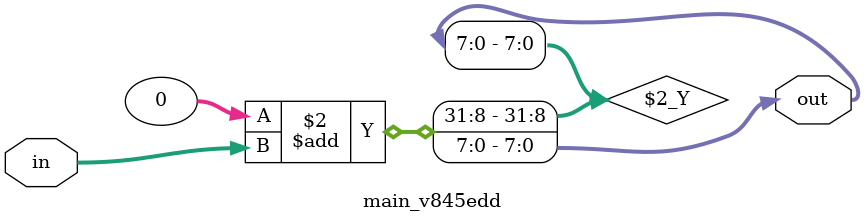
<source format=v>

`default_nettype none

module main #(
 parameter vadc080 = "vadc080.list",
 parameter vaf2f89 = 11,
 parameter v2dea3b = "v2dea3b.list",
 parameter v54ba2f = "v54ba2f.list",
 parameter vcc1bd8 = "vcc1bd8.list"
) (
 input v4f6099,
 input vclk,
 output v715944,
 output v653f1c,
 output v9fc178,
 output [0:5] vinit
);
 localparam p2 = vaf2f89;
 localparam p5 = v2dea3b;
 localparam p7 = v54ba2f;
 localparam p12 = vcc1bd8;
 localparam p13 = vadc080;
 wire w0;
 wire w1;
 wire w3;
 wire w4;
 wire [0:7] w6;
 wire [0:7] w8;
 wire [0:7] w9;
 wire [0:7] w10;
 wire [0:5] w11;
 wire [0:5] w14;
 wire w15;
 wire [0:7] w16;
 wire [0:31] w17;
 wire [0:7] w18;
 wire [0:7] w19;
 wire [0:7] w20;
 wire w21;
 wire [0:5] w22;
 wire [0:31] w23;
 wire [0:31] w24;
 wire [0:31] w25;
 wire [0:5] w26;
 wire w27;
 wire w28;
 wire w29;
 wire w30;
 wire [0:5] w31;
 wire [0:5] w32;
 assign w0 = v4f6099;
 assign v9fc178 = w0;
 assign w1 = v4f6099;
 assign v715944 = w15;
 assign v653f1c = w21;
 assign w28 = vclk;
 assign w29 = vclk;
 assign w30 = vclk;
 assign w1 = w0;
 assign w8 = w6;
 assign w9 = w6;
 assign w9 = w8;
 assign w10 = w6;
 assign w10 = w8;
 assign w10 = w9;
 assign w20 = w6;
 assign w20 = w8;
 assign w20 = w9;
 assign w20 = w10;
 assign w22 = w14;
 assign w25 = w17;
 assign w26 = w11;
 assign w27 = w3;
 assign w29 = w28;
 assign w30 = w28;
 assign w30 = w29;
 assign w32 = w31;
 vb0c93d v608128 (
  .vbc3322(w15),
  .v5f0bab(w16),
  .vd8ecb5(w17),
  .va73833(w18),
  .v97eecd(w19),
  .v68ad21(w20),
  .v516a7d(w21),
  .v9856bd(w23),
  .v489ac8(w24),
  .v805d19(w28)
 );
 ve2b856 v7d4db6 (
  .vd9601b(w1),
  .v64879c(w3),
  .vbbbce8(w29)
 );
 v725b7e v8b8c4e (
  .v9fb85f(w4)
 );
 vd014cb #(
  .v5e4a03(p2)
 ) vf4765f (
  .vdd729a(w3),
  .v7c533e(w4),
  .vb86fe4(w6)
 );
 main_v9fb13f #(
  .opmemory(p5)
 ) v9fb13f (
  .in(w6),
  .Read_Reg_1(w14)
 );
 main_v07915a #(
  .funcionmemory(p7)
 ) v07915a (
  .in(w8),
  .Read_Reg_2(w11)
 );
 main_vc54226 #(
  .write_data_reg(p13)
 ) vc54226 (
  .in(w9),
  .Write_Data(w17)
 );
 main_vaf73f3 #(
  .write_reg_mem(p12)
 ) vaf73f3 (
  .in(w10),
  .Write_Reg(w31)
 );
 main_v98c0e8 v98c0e8 (
  .in(w11),
  .out(w18)
 );
 main_v559759 v559759 (
  .in(w14),
  .out(w16)
 );
 main_v845edd v845edd (
  .out(w19),
  .in(w31)
 );
 v2040f6 vd8fc68 (
  .ve2e442(w22),
  .v70ed7b(w23),
  .vff4be9(w24),
  .v7d4d05(w25),
  .v326a87(w26),
  .v51a33d(w27),
  .ve70352(w30),
  .va61a55(w32)
 );
 assign vinit = 6'b000000;
endmodule

/*-------------------------------------------------*/
/*--   */
/*-- - - - - - - - - - - - - - - - - - - - - - - --*/
/*-- 
/*-------------------------------------------------*/
//---- Top entity
module vb0c93d #(
 parameter v56d5e7 = 115200
) (
 input v805d19,
 input v9580da,
 input [31:0] v9856bd,
 input [31:0] v489ac8,
 input [31:0] vd8ecb5,
 input [31:0] v524e22,
 input [7:0] v5f0bab,
 input [7:0] va73833,
 input [7:0] v97eecd,
 input [7:0] v68ad21,
 output vbc3322,
 output v396cc9,
 output v516a7d
);
 localparam p0 = v56d5e7;
 wire [0:7] w1;
 wire w2;
 wire w3;
 wire w4;
 wire w5;
 wire [0:7] w6;
 wire [0:7] w7;
 wire [0:7] w8;
 wire [0:7] w9;
 wire [0:31] w10;
 wire [0:31] w11;
 wire [0:31] w12;
 wire [0:31] w13;
 wire w14;
 wire w15;
 wire w16;
 wire w17;
 wire w18;
 wire w19;
 assign vbc3322 = w4;
 assign v396cc9 = w5;
 assign w6 = v68ad21;
 assign w7 = v97eecd;
 assign w8 = va73833;
 assign w9 = v5f0bab;
 assign w10 = v524e22;
 assign w11 = vd8ecb5;
 assign w12 = v489ac8;
 assign w13 = v9856bd;
 assign w14 = v9580da;
 assign w15 = v805d19;
 assign w16 = v805d19;
 assign w17 = v805d19;
 assign v516a7d = w19;
 assign w16 = w15;
 assign w17 = w15;
 assign w17 = w16;
 assign w18 = w3;
 vc6459c #(
  .ved2ada(p0)
 ) v039dc6 (
  .v19b8dd(w1),
  .v05e99b(w2),
  .v01321e(w3),
  .v8caaa5(w4),
  .ve9a78f(w16)
 );
 vb0c93d_v04da77 v04da77 (
  .data_o(w1),
  .txmit_o(w2),
  .next(w3),
  .busy(w5),
  .B3(w6),
  .B2(w7),
  .B1(w8),
  .B0(w9),
  .W3(w10),
  .W2(w11),
  .W1(w12),
  .W0(w13),
  .txmit(w14),
  .clk(w15),
  .done(w19)
 );
 v43c77c vdd720e (
  .vcfc79f(w17),
  .v4c46bf(w18)
 );
endmodule

/*-------------------------------------------------*/
/*--   */
/*-- - - - - - - - - - - - - - - - - - - - - - - --*/
/*-- 
/*-------------------------------------------------*/

module vb0c93d_v04da77 (
 input clk,
 input txmit,
 input [31:0] W0,
 input [31:0] W1,
 input [31:0] W2,
 input [31:0] W3,
 input [7:0] B0,
 input [7:0] B1,
 input [7:0] B2,
 input [7:0] B3,
 input next,
 output [7:0] data_o,
 output txmit_o,
 output busy,
 output done
);
 reg state = 0;
 reg[7:0] data_o;
 reg[4:0] nbyte = 0;
 wire finish;
 
 always @(posedge clk)
   if (txmit)
     state <= 1'b1;
   else if (finish)
     state <= 1'b0;
 
 //-- El estado es directamente la señal de busy    
 assign busy = state;
 
 //-- La señal de done se obtiene por el flanco 
 //-- de bajada en el estado
 
 reg q0 = 0;
 
 always @(posedge clk)
   q0 <= state;
   
 assign done = (q0 & ~state);
 
 //-- Tic inicial: En el arranque del transmisor
 //-- Flanco de subida en el estado
 wire tic_start = (~q0 & state);  
 
 
 //-- Transmision de un byte: en el tic de start y en el tic de next  
 //-- siempre y cuano el transmisor esté habilitado
 assign txmit_o = (tic_start | tic_next) & state;
 
 //-- Cable que contiene el tic siguiente. Se obtiene retrasando dos
 //-- ciclos la señal next
 wire tic_next = q2;
 
 reg q1 = 0;
 reg q2 = 0;
 
 always @(posedge clk) begin
   q1 <= next;
   q2 <= q1;
 end
   
 //--- El dato a enviar se obtiene seleccionando el byte alto o  
 //-- el bajo
 //-- assign data_o = (nbyte) ? data[15:8] : data[7:0];
 always @(posedge clk) 
 begin
     case (nbyte)
         0 : data_o <= W0[31:24];
         1 : data_o <= W0[23:16];
         2 : data_o <= W0[15:8];
         3 : data_o <= W0[7:0];
         4 : data_o <= W1[31:24];
         5 : data_o <= W1[23:16];
         6 : data_o <= W1[15:8];
         7 : data_o <= W1[7:0];
         8 : data_o <= W2[31:24];
         9 : data_o <= W2[23:16];
         10 : data_o <= W2[15:8];
         11 : data_o <= W2[7:0];
         12 : data_o <= W3[31:24];
         13 : data_o <= W3[23:16];
         14 : data_o <= W3[15:8];
         15 : data_o <= W3[7:0];
         16 : data_o <= B0;
         17 : data_o <= B1;
         18 : data_o <= B2;
         19 : data_o <= B3;
     endcase
 end
 
 //-- Biestable T que indica el byte a enviar
 //-- Inicialmente vale 1 (alto)
 
 always @(posedge clk) begin
   if (next)
     nbyte <= nbyte + 1;
   else if (finish)
     nbyte = 0;
     
 end
 //-- Un flanco de subida en nbyte indica que se ha enviado el último
 //-- byte
 
 reg q3 = 0;
 
 always @(posedge clk)
   q3 <= nbyte[4] & nbyte[2];
   
 assign finish = (~q3 & nbyte[4] & nbyte[2]);  
 
 
 
 
 
 
 
 
endmodule
//---- Top entity
module vc6459c #(
 parameter ved2ada = 115200
) (
 input ve9a78f,
 input [7:0] v19b8dd,
 input v05e99b,
 output v8caaa5,
 output v2da441,
 output v01321e
);
 localparam p1 = ved2ada;
 wire w0;
 wire w2;
 wire [0:7] w3;
 wire w4;
 wire w5;
 wire w6;
 assign v8caaa5 = w0;
 assign w2 = ve9a78f;
 assign w3 = v19b8dd;
 assign w4 = v05e99b;
 assign v2da441 = w5;
 assign v01321e = w6;
 vc6459c_vedebcc #(
  .BAUD(p1)
 ) vedebcc (
  .TX(w0),
  .clk(w2),
  .data(w3),
  .txmit(w4),
  .busy(w5),
  .done(w6)
 );
endmodule

/*-------------------------------------------------*/
/*-- Serial-tx  */
/*-- - - - - - - - - - - - - - - - - - - - - - - --*/
/*-- Transmisor serie
/*-------------------------------------------------*/

module vc6459c_vedebcc #(
 parameter BAUD = 0
) (
 input clk,
 input [7:0] data,
 input txmit,
 output TX,
 output busy,
 output done
);
 //-- Constantes para obtener las velocidades estándares
 `define B115200 104 
 `define B57600  208
 `define B38400  313
 `define B19200  625
 `define B9600   1250
 `define B4800   2500
 `define B2400   5000
 `define B1200   10000
 `define B600    20000
 `define B300    40000
 
 //-- Constante para calcular los baudios
 localparam BAUDRATE = (BAUD==115200) ? `B115200 : //-- OK
                       (BAUD==57600)  ? `B57600  : //-- OK
                       (BAUD==38400)  ? `B38400  : //-- Ok
                       (BAUD==19200)  ? `B19200  : //-- OK
                       (BAUD==9600)   ? `B9600   : //-- OK
                       (BAUD==4800)   ? `B4800   : //-- OK 
                       (BAUD==2400)   ? `B2400   : //-- OK
                       (BAUD==1200)   ? `B1200   : //-- OK
                       (BAUD==600)    ? `B600    : //-- OK
                       (BAUD==300)    ? `B300    : //-- OK
                       `B115200 ;  //-- Por defecto 115200 baudios
 
 
 //---- GENERADOR DE BAUDIOS
 
 //-- Calcular el numero dde bits para almacenar el divisor
 localparam N = $clog2(BAUDRATE);
 
 //-- Contador para implementar el divisor
 //-- Es un contador modulo BAUDRATE
 reg [N-1:0] divcounter = 0;
 
 //-- Cable de reset para el contador
 //-- Comparador que resetea el contador cuando se alcanza el tope
 //-- o cuando el estado del biestable es 0 (apagado)
 wire reset = ov_gen | (state == 0);
 
 //-- Contador con reset
 always @(posedge clk)
   if (reset)
     divcounter <= 0;
   else
     divcounter <= divcounter + 1;
 
 //-- Hemos llegado al final
 wire ov_gen = (divcounter == BAUDRATE-1);
 
 
 
 //-- REGISTRO DESPLAZAMIENTO
 
 //-- Salida serie. Inicialmete a 1 (reposo) 
 reg TX = 1;
 
 //-- Registro de desplazamiento de 9 bits
 //-- Inicializado todo a 1s
 reg [8:0] q = 9'h1FF;
 
 //-- La entrada de shift es la salida del generador de baudios
 wire shift = ov_gen;
 
 always @(posedge clk)
   if (txmit_tic)
   //-- Carga del registro
     q <= {data, 1'b0};
     
   else if (shift)
     //-- Desplazamiento. Rellenar con 1 (bit de stop)
     q <= {1'b1, q[8:1]};
     
 //-- Sacar el bit de menor peso por serial-out    
 wire so;
 assign so = q[0];
 
 //-- La salida tx la registramos
 always @(posedge clk)
   TX <= so;
   
 //-- La señal de entrada txmit se pasa por un 
 //-- detector de flancos de subida para generar un tic
 reg q_re = 0;
 wire txmit_tic;
 
 always @(posedge clk)
   q_re <= txmit;
   
 assign txmit_tic = (~q_re & txmit);  
 
 
 
 //-- Estado de transmisor
 //-- 0: Parado
 //-- 1: Ocupado (transmitiendo)
 reg state = 0;
   
 always @(posedge clk)
   //-- Empieza la transmision: ocupado
   if (txmit)
     state <= 1'b1;
     
   //-- Acaba la transmision: libre    
   else if (ov)
     state <= 1'b0;
 
 //-- Contador de bits enviados
 reg [3:0] bits = 0;
 always @(posedge clk)
   //-- Si la cuenta ha terminado... volver a 0
   if (ov)
     bits <= 2'b00;
   else
     if (shift)
       bits <= bits + 1;
 
 //-- Comprobar si se ha transmitido el último bit (overflow)
 //-- 1 bit de start + 8 bits de datos + 1 bit de stop
 wire ov = (bits == 10);
 
 //-- La señal de ocupado es el estado del transmisor
 assign busy = state;
 
 //-- La señal de done es la de overflow pero retrasada un
 //-- periodo de reloj del sistema y que el biestable 
 //-- llegue al estado de parado antes de que se 
 //-- empiece otra transmision
 
 reg done=0;
 
 always @(posedge clk)
   done <= ov;
 
endmodule
//---- Top entity
module v43c77c #(
 parameter vf18b7a = 50
) (
 input vcfc79f,
 input v4c46bf,
 output v19f572
);
 localparam p0 = vf18b7a;
 wire w1;
 wire w2;
 wire w3;
 assign v19f572 = w1;
 assign w2 = vcfc79f;
 assign w3 = v4c46bf;
 vf91a27 #(
  .v187a47(p0)
 ) vf1e43e (
  .veabfb2(w1),
  .v5688a8(w2),
  .v6e1dd1(w3)
 );
endmodule

/*-------------------------------------------------*/
/*-- flash  */
/*-- - - - - - - - - - - - - - - - - - - - - - - --*/
/*-- Emitir un pulso de anchura determinada para encender un LED durante un tiempo. 50ms por defecto
/*-------------------------------------------------*/
//---- Top entity
module vf91a27 #(
 parameter v187a47 = 100
) (
 input v5688a8,
 input v6e1dd1,
 output veabfb2,
 output va9e2af
);
 localparam p4 = v187a47;
 wire w0;
 wire w1;
 wire w2;
 wire w3;
 assign w0 = v6e1dd1;
 assign veabfb2 = w1;
 assign va9e2af = w2;
 assign w3 = v5688a8;
 vf91a27_v3140f5 #(
  .MS(p4)
 ) v3140f5 (
  .start(w0),
  .p(w1),
  .tic(w2),
  .clk(w3)
 );
endmodule

/*-------------------------------------------------*/
/*-- timer-msec  */
/*-- - - - - - - - - - - - - - - - - - - - - - - --*/
/*-- Temporizador en milisegundos. La señal p está activa durante el tiempo indicado. Por tic se emite un tic al finalizar
/*-------------------------------------------------*/

module vf91a27_v3140f5 #(
 parameter MS = 0
) (
 input clk,
 input start,
 output p,
 output tic
);
 //localparam MS;
 
 //-- Constante para dividir y obtener una señal de  
 //-- periodo 1ms
 localparam M = 12000;
 
 //-- Calcular el numero de bits para almacenar M
 localparam N = $clog2(M);
 
 //-- Cable de reset para el corazon
 wire rst_heart;
 
 //-- Overflow del temporizador del corazon
 wire ov_heart;
 
 //-- Habilitacion del corazon
 wire ena;
 
 //-- Tics del corazon
 wire tic_heart;
 
 //-- Contador del corazon
 reg [N-1:0] heart=0;
 
 always @(posedge clk)
   if (rst_heart)
     heart <= 0;
   else
     heart <= heart + 1;
 
 //-- Overflow del contador
 assign ov_heart = (heart == M-1);
 
 //-- La salida del corazon es la señal de overflow
 assign tic_heart = ov_heart;
 
 //-- Reset del corazon
 assign rst_heart =~ena | ov_heart;
 
 
 
 //--------------------------------------------
 //-- Contador de tics
 //--------------------------------------------
 
 //-- Calcular el numero de bits para almacenar MS tics
 localparam CB = $clog2(MS);
 
 reg [CB-1:0] counter = 0;
 
 //-- Overflow del contador
 wire ov;
 
 //-- Señal de reset del contador
 wire rst;
 
 always @(posedge clk)
 if (rst)
   counter <= 0;
 else
   if (tic_heart)
     counter <= counter + 1;
 
 //-- Evento: cuenta máxima de tics alcanzada
 assign ov = (counter == MS);
 
 //---------------------------------------
 //-- Biestable de estado del timer
 //-- 0: Apagado  
 //-- 1: Funcionando
 reg q = 0;
 
 always @(posedge clk)
   if (start)
     q <= 1'b1;
   else if (rst)
     q<=1'b0;
     
 //-- Lógica de reset
 //En función de la entrada, el estado y  
 // el overflow se inicializa el contador y 
 // se habilita el corazón de tics
 assign rst = ~q | ov | start;
 assign ena = ~rst;
 
 //-- Salida de pulso
 assign p = q;
 
 //-- Salida de tic
 //-- Saca un tic cuando ha finalizado la cuenta
 assign tic = ov;
 
endmodule
//---- Top entity
module ve2b856 (
 input vbbbce8,
 input vd9601b,
 output v64879c
);
 wire w0;
 wire w1;
 wire w2;
 assign w0 = vd9601b;
 assign v64879c = w1;
 assign w2 = vbbbce8;
 ve2b856_v297cb2 v297cb2 (
  .d(w0),
  .tic(w1),
  .clk(w2)
 );
endmodule

/*-------------------------------------------------*/
/*-- Pulsador-tic  */
/*-- - - - - - - - - - - - - - - - - - - - - - - --*/
/*-- Detección de pulsación. Emite un tic cada vez que se aprieta el pulsador
/*-------------------------------------------------*/

module ve2b856_v297cb2 (
 input clk,
 input d,
 output tic
);
 // Sincronizacion. Evitar 
 // problema de la metaestabilidad
 
 reg d2;
 reg r_in;
 
 always @(posedge clk)
  d2 <= d;
  
 always @(posedge clk)
   r_in <= d2;
 
 
 //-- Debouncer Circuit
 //-- It produces a stable output when the
 //-- input signal is bouncing
 
 reg btn_prev = 0;
 reg btn_out_r = 0;
 
 reg [16:0] counter = 0;
 
 
 always @(posedge clk) begin
 
   //-- If btn_prev and btn_in are differents
   if (btn_prev ^ r_in == 1'b1) begin
     
       //-- Reset the counter
       counter <= 0;
       
       //-- Capture the button status
       btn_prev <= r_in;
   end
     
   //-- If no timeout, increase the counter
   else if (counter[16] == 1'b0)
       counter <= counter + 1;
       
   else
     //-- Set the output to the stable value
     btn_out_r <= btn_prev;
 
 end
 
 //-- Generar tic en flanco de subida del boton
 reg old;
 
 always @(posedge clk)
   old <= btn_out_r;
   
 assign tic = !old & btn_out_r;
 
 
 
 
endmodule
//---- Top entity
module v725b7e (
 output v9fb85f
);
 wire w0;
 assign v9fb85f = w0;
 v725b7e_vb2eccd vb2eccd (
  .q(w0)
 );
endmodule

/*-------------------------------------------------*/
/*-- 1  */
/*-- - - - - - - - - - - - - - - - - - - - - - - --*/
/*-- Un bit constante a 1
/*-------------------------------------------------*/

module v725b7e_vb2eccd (
 output q
);
 //-- Bit constante a 1
 assign q = 1'b1;
 
 
endmodule
//---- Top entity
module vd014cb #(
 parameter v5e4a03 = 256
) (
 input vdd729a,
 input ve61673,
 input v7c533e,
 output [7:0] vb86fe4,
 output v712cd1
);
 localparam p1 = v5e4a03;
 wire w0;
 wire w2;
 wire w3;
 wire w4;
 wire [0:7] w5;
 assign w0 = ve61673;
 assign w2 = v7c533e;
 assign w3 = vdd729a;
 assign v712cd1 = w4;
 assign vb86fe4 = w5;
 vd014cb_vbd6086 #(
  .M(p1)
 ) vbd6086 (
  .rst(w0),
  .cnt(w2),
  .clk(w3),
  .ov(w4),
  .q(w5)
 );
endmodule

/*-------------------------------------------------*/
/*-- Contador-8bits-up-rst  */
/*-- - - - - - - - - - - - - - - - - - - - - - - --*/
/*-- Contador módulo M, ascendente, de 8 bits, con reset 
/*-------------------------------------------------*/

module vd014cb_vbd6086 #(
 parameter M = 0
) (
 input clk,
 input rst,
 input cnt,
 output [7:0] q,
 output ov
);
 //-- Numero de bits del contador
 localparam N = 8; 
 
 //-- En contadores de N bits:
 //-- M = 2 ** N
 
 //-- Internamente usamos un bit mas
 //-- (N+1) bits
 reg [N:0] qi = 0;
 
 always @(posedge clk)
   if (rst | ov)
     qi <= 0;
   else
     if (cnt)
       qi <= qi + 1;
       
 assign q = qi;
 
 //-- Comprobar overflow
 assign ov = (qi == M);
     
endmodule
//---- Top entity
module v2040f6 #(
 parameter v2d6186 = "v2d6186.list"
) (
 input ve70352,
 input vd1d1c6,
 input v51a33d,
 input [5:0] va61a55,
 input [31:0] v7d4d05,
 input [5:0] ve2e442,
 input [5:0] v326a87,
 output [31:0] v70ed7b,
 output [31:0] vff4be9
);
 localparam p0 = v2d6186;
 wire [0:5] w1;
 wire [0:5] w2;
 wire w3;
 wire [0:31] w4;
 wire [0:31] w5;
 wire w6;
 wire w7;
 wire [0:5] w8;
 wire [0:31] w9;
 assign w1 = ve2e442;
 assign w2 = v326a87;
 assign w3 = vd1d1c6;
 assign v70ed7b = w4;
 assign vff4be9 = w5;
 assign w6 = ve70352;
 assign w7 = v51a33d;
 assign w8 = va61a55;
 assign w9 = v7d4d05;
 v2040f6_v31ef17 #(
  .Memoria_Registro(p0)
 ) v31ef17 (
  .Read_Reg_1(w1),
  .Read_Reg_2(w2),
  .reset(w3),
  .Read_Data_1(w4),
  .Read_Data_2(w5),
  .clk(w6),
  .write(w7),
  .Write_Reg(w8),
  .Write_Data(w9)
 );
endmodule

/*-------------------------------------------------*/
/*--   */
/*-- - - - - - - - - - - - - - - - - - - - - - - --*/
/*-- 
/*-------------------------------------------------*/

module v2040f6_v31ef17 #(
 parameter Memoria_Registro = 0
) (
 input clk,
 input reset,
 input write,
 input [5:0] Write_Reg,
 input [31:0] Write_Data,
 input [5:0] Read_Reg_1,
 input [5:0] Read_Reg_2,
 output [31:0] Read_Data_1,
 output [31:0] Read_Data_2
);
 // Memory 
 reg [31:0] Mem [0:31];
 
 // Address Memory
 wire [5:0] Read_Reg_1;
 wire [5:0] Read_Reg_2;
 wire [5:0] Write_Reg;
 
 // Input control
 wire reset;
 wire clk;
 wire write;
 
 // Output Read Reg Data
 reg [31:0] Read_Data_1;
 reg [31:0] Read_Data_2;
 
 // Input Write Data
 wire [31:0] Write_Data;
 
 always @(posedge clk or posedge reset)
 begin
     if(reset != 0) begin
         for (i = 1; i < 32; i = i + 1) begin
             Mem[i] <= 32'b0;
         end
     end else if (write == 1 && Write_Reg != 0) begin
         Mem[Write_Reg] <= Write_Data;
     end
 end
 
 integer i;
 
 always @(*) 
 begin
     if (reset != 0) begin
         Read_Data_1 <= 0;
         Read_Data_2 <= 0;
     end else begin
         if(Read_Reg_1 != 0)
             Read_Data_1 <= Mem[Read_Reg_1];
         else
             Read_Data_1 <= 0;
             
         if(Read_Reg_2 != 0)
             Read_Data_2 <= Mem[Read_Reg_2];
         else
             Read_Data_2 <= 0;
     end
 end
 
 // Memory contents read
 // from the Memoria_Registros table
 initial begin
     if (Memoria_Registro) $readmemh(Memoria_Registro, Mem);
 end
endmodule

module main_v9fb13f #(
 parameter opmemory = 0
) (
 input [7:0] in,
 output [5:0] Read_Reg_1
);
 // Address bus (7 bits)
 wire [7:0] in;
 // Instruction Bus (2 bits)
 reg [5:0] Read_Reg_1;
 // Memory Instruction
 reg [5:0] ins [0:11];
 
 always @(*) begin
     Read_Reg_1 <= ins[in];
 end
 
 // Memory contents read
 // from the opmemory table
 initial begin
     if (opmemory) $readmemh(opmemory, ins);
 end
endmodule

module main_v07915a #(
 parameter funcionmemory = 0
) (
 input [7:0] in,
 output [5:0] Read_Reg_2
);
 // Address bus (7 bits)
 wire [7:0] in;
 // Instruction Bus (5 bits)
 reg [5:0] Read_Reg_2;
 // Memory Instruction
 reg [5:0] ins [0:11];
 
 always @(*) begin
     Read_Reg_2 <= ins[in];
 end
 
 // Memory contents read
 // from the funcionmemory table
 initial begin
     if (funcionmemory) $readmemh(funcionmemory, ins);
 end
endmodule

module main_vc54226 #(
 parameter write_data_reg = 0
) (
 input [7:0] in,
 output [31:0] Write_Data
);
 // Address bus (7 bits)
 wire [7:0] in;
 // Instruction Bus (2 bits)
 reg [31:0] Write_Data;
 // Memory Instruction
 reg [31:0] ins [0:11];
 
 always @(*) begin
     Write_Data <= ins[in[7:2]];
 end
 
 // Memory contents read
 // from the write_data_reg table
 initial begin
     if (write_data_reg) $readmemh(write_data_reg, ins);
 end
endmodule

module main_vaf73f3 #(
 parameter write_reg_mem = 0
) (
 input [7:0] in,
 output [5:0] Write_Reg
);
 // Address bus (7 bits)
 wire [7:0] in;
 // Instruction Bus (5 bits)
 reg [5:0] Write_Reg;
 // Memory Instruction
 reg [5:0] ins [0:10];
 
 always @(*) begin
     Write_Reg <= ins[in];
 end
 
 // Memory contents read
 // from the write_reg_mem table
 initial begin
     if (write_reg_mem) $readmemh(write_reg_mem, ins);
 end
endmodule

module main_v98c0e8 (
 input [5:0] in,
 output [7:0] out
);
 assign out = 0 + in;
endmodule

module main_v559759 (
 input [5:0] in,
 output [7:0] out
);
 assign out = 0 + in;
endmodule

module main_v845edd (
 input [5:0] in,
 output [7:0] out
);
 assign out = 0 + in;
endmodule

</source>
